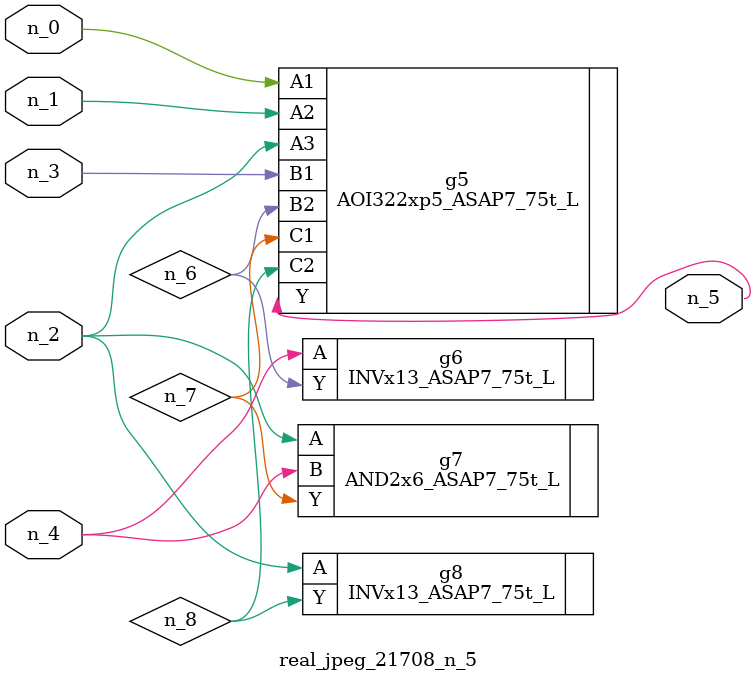
<source format=v>
module real_jpeg_21708_n_5 (n_4, n_0, n_1, n_2, n_3, n_5);

input n_4;
input n_0;
input n_1;
input n_2;
input n_3;

output n_5;

wire n_8;
wire n_6;
wire n_7;

AOI322xp5_ASAP7_75t_L g5 ( 
.A1(n_0),
.A2(n_1),
.A3(n_2),
.B1(n_3),
.B2(n_6),
.C1(n_7),
.C2(n_8),
.Y(n_5)
);

AND2x6_ASAP7_75t_L g7 ( 
.A(n_2),
.B(n_4),
.Y(n_7)
);

INVx13_ASAP7_75t_L g8 ( 
.A(n_2),
.Y(n_8)
);

INVx13_ASAP7_75t_L g6 ( 
.A(n_4),
.Y(n_6)
);


endmodule
</source>
